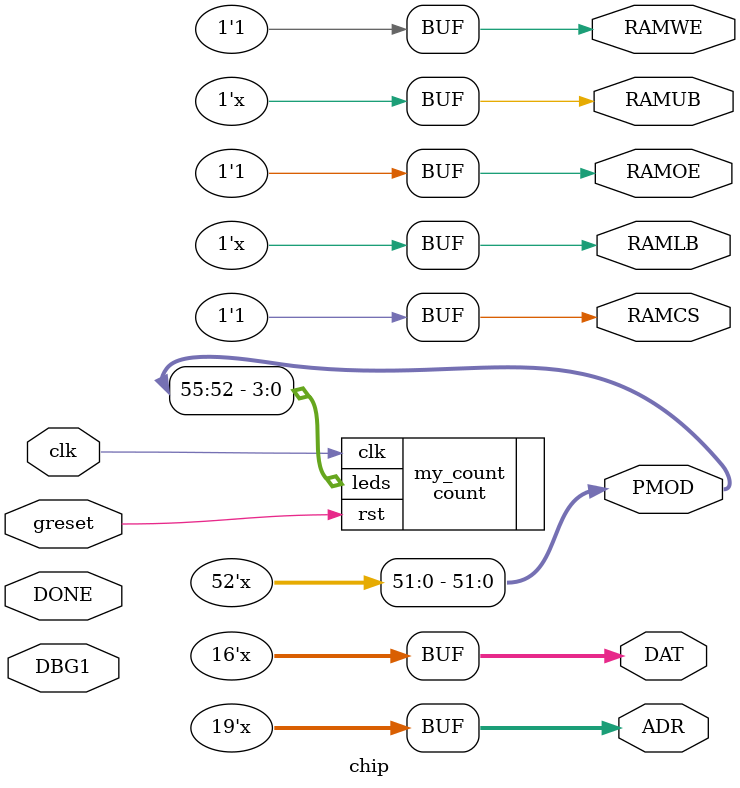
<source format=v>
/******************************************************************************
*                                                                             *
* Copyright 2016 myStorm Copyright and related                                *
* rights are licensed under the Solderpad Hardware License, Version 0.51      *
* (the “License”); you may not use this file except in compliance with        *
* the License. You may obtain a copy of the License at                        *
* http://solderpad.org/licenses/SHL-0.51. Unless required by applicable       *
* law or agreed to in writing, software, hardware and materials               *
* distributed under this License is distributed on an “AS IS” BASIS,          *
* WITHOUT WARRANTIES OR CONDITIONS OF ANY KIND, either express or             *
* implied. See the License for the specific language governing                *
* permissions and limitations under the License.                              *
*                                                                             *
******************************************************************************/

module chip (
    // 100MHz clock input
    input  clk,
    // Global internal reset connected to RTS on ch340 and also PMOD[1]
    input greset,
    // Input lines from STM32/Done can be used to signal to Ice40 logic
    input DONE, // could be used as interupt in post programming
    input DBG1, // Could be used to select coms via STM32 or RPi etc..
    // SRAM Memory lines
    output [18:0] ADR,
    output [15:0] DAT,
    output RAMOE,
    output RAMWE,
    output RAMCS,
    output RAMLB,
    output RAMUB,
    // All PMOD outputs
    output [55:0] PMOD
  );

  // SRAM signals are not use in this design, lets set them to default values
  assign ADR[18:0] = {19{1'bz}};
  assign DAT[15:0] = {16{1'bz}};
  assign RAMOE = 1'b1;
  assign RAMWE = 1'b1;
  assign RAMCS = 1'b1;
  assign RAMLB = 1'bz;
  assign RAMUB = 1'bz;


  // Set unused pmod pins to default
  assign PMOD[51:0] = {52{1'bz}};


  count my_count (
    .clk   (clk),
    .rst  (greset),
    .leds (PMOD[55:52])
  );

endmodule

</source>
